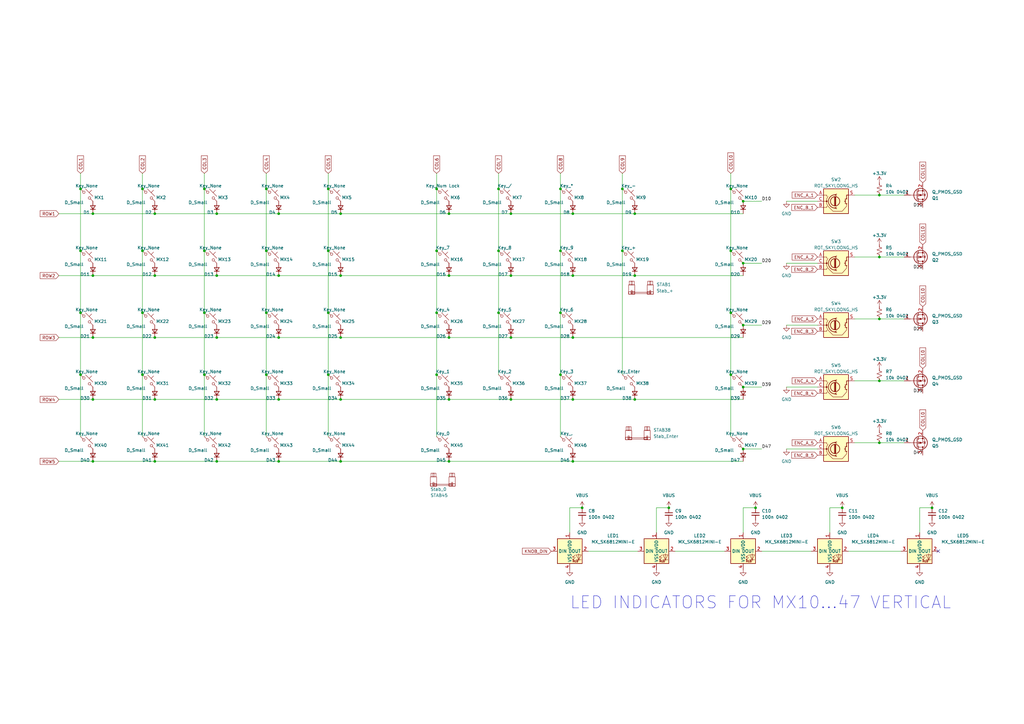
<source format=kicad_sch>
(kicad_sch (version 20230121) (generator eeschema)
  (paper "A3")
  (junction (at 304.8 133.35))
  (junction (at 209.55 138.43))
  (junction (at 58.42 153.67))
  (junction (at 255.27 102.87))
  (junction (at 114.3 163.83))
  (junction (at 83.82 153.67))
  (junction (at 58.42 102.87))
  (junction (at 114.3 113.03))
  (junction (at 109.22 102.87))
  (junction (at 204.47 102.87))
  (junction (at 382.27 208.28))
  (junction (at 88.9 189.23))
  (junction (at 204.47 128.27))
  (junction (at 134.62 128.27))
  (junction (at 88.9 138.43))
  (junction (at 109.22 77.47))
  (junction (at 114.3 87.63))
  (junction (at 260.35 87.63))
  (junction (at 255.27 77.47))
  (junction (at 274.32 208.28))
  (junction (at 139.7 113.03))
  (junction (at 88.9 87.63))
  (junction (at 33.02 153.67))
  (junction (at 234.95 163.83))
  (junction (at 304.8 184.15))
  (junction (at 109.22 153.67))
  (junction (at 139.7 189.23))
  (junction (at 63.5 189.23))
  (junction (at 229.87 128.27))
  (junction (at 179.07 153.67))
  (junction (at 360.68 181.61))
  (junction (at 179.07 77.47))
  (junction (at 184.15 113.03))
  (junction (at 63.5 138.43))
  (junction (at 83.82 77.47))
  (junction (at 299.72 128.27))
  (junction (at 309.88 208.28))
  (junction (at 38.1 113.03))
  (junction (at 83.82 128.27))
  (junction (at 114.3 138.43))
  (junction (at 184.15 138.43))
  (junction (at 83.82 102.87))
  (junction (at 109.22 128.27))
  (junction (at 304.8 158.75))
  (junction (at 33.02 77.47))
  (junction (at 63.5 113.03))
  (junction (at 139.7 163.83))
  (junction (at 360.68 105.41))
  (junction (at 179.07 128.27))
  (junction (at 238.76 208.28))
  (junction (at 63.5 87.63))
  (junction (at 139.7 138.43))
  (junction (at 229.87 77.47))
  (junction (at 88.9 163.83))
  (junction (at 184.15 189.23))
  (junction (at 33.02 102.87))
  (junction (at 299.72 77.47))
  (junction (at 209.55 163.83))
  (junction (at 38.1 138.43))
  (junction (at 234.95 189.23))
  (junction (at 345.44 208.28))
  (junction (at 33.02 128.27))
  (junction (at 299.72 153.67))
  (junction (at 58.42 77.47))
  (junction (at 139.7 87.63))
  (junction (at 179.07 102.87))
  (junction (at 260.35 113.03))
  (junction (at 204.47 77.47))
  (junction (at 229.87 102.87))
  (junction (at 304.8 82.55))
  (junction (at 234.95 113.03))
  (junction (at 360.68 80.01))
  (junction (at 63.5 163.83))
  (junction (at 299.72 102.87))
  (junction (at 134.62 153.67))
  (junction (at 184.15 163.83))
  (junction (at 134.62 77.47))
  (junction (at 184.15 87.63))
  (junction (at 88.9 113.03))
  (junction (at 209.55 113.03))
  (junction (at 38.1 163.83))
  (junction (at 360.68 156.21))
  (junction (at 229.87 153.67))
  (junction (at 260.35 163.83))
  (junction (at 114.3 189.23))
  (junction (at 209.55 87.63))
  (junction (at 38.1 87.63))
  (junction (at 134.62 102.87))
  (junction (at 360.68 130.81))
  (junction (at 58.42 128.27))
  (junction (at 234.95 87.63))
  (junction (at 304.8 107.95))
  (junction (at 38.1 189.23))
  (junction (at 234.95 138.43))
  (no_connect (at 384.81 226.06))
  (wire (pts (xy 179.07 153.67) (xy 179.07 179.07)))
  (wire (pts (xy 134.62 77.47) (xy 134.62 102.87)))
  (wire (pts (xy 184.15 138.43) (xy 209.55 138.43)))
  (wire (pts (xy 350.52 105.41) (xy 360.68 105.41)))
  (wire (pts (xy 209.55 138.43) (xy 234.95 138.43)))
  (wire (pts (xy 347.98 226.06) (xy 369.57 226.06)))
  (wire (pts (xy 88.9 163.83) (xy 114.3 163.83)))
  (wire (pts (xy 109.22 153.67) (xy 109.22 179.07)))
  (wire (pts (xy 109.22 102.87) (xy 109.22 128.27)))
  (wire (pts (xy 114.3 189.23) (xy 139.7 189.23)))
  (wire (pts (xy 377.19 208.28) (xy 377.19 218.44)))
  (wire (pts (xy 276.86 226.06) (xy 297.18 226.06)))
  (wire (pts (xy 260.35 87.63) (xy 304.8 87.63)))
  (wire (pts (xy 229.87 71.12) (xy 229.87 77.47)))
  (wire (pts (xy 179.07 102.87) (xy 179.07 128.27)))
  (wire (pts (xy 299.72 77.47) (xy 299.72 102.87)))
  (wire (pts (xy 38.1 113.03) (xy 63.5 113.03)))
  (wire (pts (xy 88.9 113.03) (xy 114.3 113.03)))
  (wire (pts (xy 234.95 113.03) (xy 260.35 113.03)))
  (wire (pts (xy 340.36 208.28) (xy 340.36 218.44)))
  (wire (pts (xy 179.07 71.12) (xy 179.07 77.47)))
  (wire (pts (xy 229.87 153.67) (xy 229.87 179.07)))
  (wire (pts (xy 360.68 80.01) (xy 370.84 80.01)))
  (wire (pts (xy 209.55 87.63) (xy 234.95 87.63)))
  (wire (pts (xy 114.3 163.83) (xy 139.7 163.83)))
  (wire (pts (xy 58.42 128.27) (xy 58.42 153.67)))
  (wire (pts (xy 209.55 163.83) (xy 234.95 163.83)))
  (wire (pts (xy 63.5 163.83) (xy 88.9 163.83)))
  (wire (pts (xy 63.5 113.03) (xy 88.9 113.03)))
  (wire (pts (xy 360.68 156.21) (xy 370.84 156.21)))
  (wire (pts (xy 350.52 181.61) (xy 360.68 181.61)))
  (wire (pts (xy 134.62 153.67) (xy 134.62 179.07)))
  (wire (pts (xy 38.1 87.63) (xy 63.5 87.63)))
  (wire (pts (xy 58.42 153.67) (xy 58.42 179.07)))
  (wire (pts (xy 360.68 181.61) (xy 370.84 181.61)))
  (wire (pts (xy 312.42 107.95) (xy 304.8 107.95)))
  (wire (pts (xy 83.82 153.67) (xy 83.82 179.07)))
  (wire (pts (xy 345.44 208.28) (xy 340.36 208.28)))
  (wire (pts (xy 38.1 163.83) (xy 63.5 163.83)))
  (wire (pts (xy 312.42 158.75) (xy 304.8 158.75)))
  (wire (pts (xy 204.47 128.27) (xy 204.47 153.67)))
  (wire (pts (xy 312.42 133.35) (xy 304.8 133.35)))
  (wire (pts (xy 114.3 87.63) (xy 139.7 87.63)))
  (wire (pts (xy 63.5 138.43) (xy 88.9 138.43)))
  (wire (pts (xy 322.58 133.35) (xy 335.28 133.35)))
  (wire (pts (xy 312.42 82.55) (xy 304.8 82.55)))
  (wire (pts (xy 299.72 71.12) (xy 299.72 77.47)))
  (wire (pts (xy 24.13 189.23) (xy 38.1 189.23)))
  (wire (pts (xy 234.95 163.83) (xy 260.35 163.83)))
  (wire (pts (xy 139.7 189.23) (xy 184.15 189.23)))
  (wire (pts (xy 134.62 128.27) (xy 134.62 153.67)))
  (wire (pts (xy 204.47 102.87) (xy 204.47 128.27)))
  (wire (pts (xy 184.15 87.63) (xy 209.55 87.63)))
  (wire (pts (xy 83.82 71.12) (xy 83.82 77.47)))
  (wire (pts (xy 179.07 77.47) (xy 179.07 102.87)))
  (wire (pts (xy 229.87 77.47) (xy 229.87 102.87)))
  (wire (pts (xy 241.3 226.06) (xy 261.62 226.06)))
  (wire (pts (xy 33.02 128.27) (xy 33.02 153.67)))
  (wire (pts (xy 350.52 80.01) (xy 360.68 80.01)))
  (wire (pts (xy 350.52 130.81) (xy 360.68 130.81)))
  (wire (pts (xy 139.7 87.63) (xy 184.15 87.63)))
  (wire (pts (xy 309.88 208.28) (xy 304.8 208.28)))
  (wire (pts (xy 38.1 138.43) (xy 63.5 138.43)))
  (wire (pts (xy 63.5 87.63) (xy 88.9 87.63)))
  (wire (pts (xy 255.27 71.12) (xy 255.27 77.47)))
  (wire (pts (xy 350.52 156.21) (xy 360.68 156.21)))
  (wire (pts (xy 234.95 138.43) (xy 304.8 138.43)))
  (wire (pts (xy 312.42 184.15) (xy 304.8 184.15)))
  (wire (pts (xy 233.68 208.28) (xy 233.68 218.44)))
  (wire (pts (xy 360.68 105.41) (xy 370.84 105.41)))
  (wire (pts (xy 322.58 82.55) (xy 335.28 82.55)))
  (wire (pts (xy 58.42 71.12) (xy 58.42 77.47)))
  (wire (pts (xy 238.76 208.28) (xy 233.68 208.28)))
  (wire (pts (xy 260.35 163.83) (xy 304.8 163.83)))
  (wire (pts (xy 204.47 71.12) (xy 204.47 77.47)))
  (wire (pts (xy 322.58 107.95) (xy 335.28 107.95)))
  (wire (pts (xy 312.42 226.06) (xy 332.74 226.06)))
  (wire (pts (xy 304.8 208.28) (xy 304.8 218.44)))
  (wire (pts (xy 134.62 102.87) (xy 134.62 128.27)))
  (wire (pts (xy 260.35 113.03) (xy 304.8 113.03)))
  (wire (pts (xy 204.47 77.47) (xy 204.47 102.87)))
  (wire (pts (xy 38.1 189.23) (xy 63.5 189.23)))
  (wire (pts (xy 33.02 153.67) (xy 33.02 179.07)))
  (wire (pts (xy 33.02 71.12) (xy 33.02 77.47)))
  (wire (pts (xy 184.15 113.03) (xy 209.55 113.03)))
  (wire (pts (xy 229.87 102.87) (xy 229.87 128.27)))
  (wire (pts (xy 299.72 128.27) (xy 299.72 153.67)))
  (wire (pts (xy 184.15 189.23) (xy 234.95 189.23)))
  (wire (pts (xy 58.42 77.47) (xy 58.42 102.87)))
  (wire (pts (xy 63.5 189.23) (xy 88.9 189.23)))
  (wire (pts (xy 83.82 102.87) (xy 83.82 128.27)))
  (wire (pts (xy 109.22 71.12) (xy 109.22 77.47)))
  (wire (pts (xy 299.72 153.67) (xy 299.72 179.07)))
  (wire (pts (xy 255.27 77.47) (xy 255.27 102.87)))
  (wire (pts (xy 139.7 163.83) (xy 184.15 163.83)))
  (wire (pts (xy 109.22 77.47) (xy 109.22 102.87)))
  (wire (pts (xy 184.15 163.83) (xy 209.55 163.83)))
  (wire (pts (xy 229.87 128.27) (xy 229.87 153.67)))
  (wire (pts (xy 269.24 208.28) (xy 269.24 218.44)))
  (wire (pts (xy 179.07 128.27) (xy 179.07 153.67)))
  (wire (pts (xy 24.13 163.83) (xy 38.1 163.83)))
  (wire (pts (xy 24.13 113.03) (xy 38.1 113.03)))
  (wire (pts (xy 299.72 102.87) (xy 299.72 128.27)))
  (wire (pts (xy 33.02 77.47) (xy 33.02 102.87)))
  (wire (pts (xy 24.13 138.43) (xy 38.1 138.43)))
  (wire (pts (xy 255.27 102.87) (xy 255.27 153.67)))
  (wire (pts (xy 88.9 138.43) (xy 114.3 138.43)))
  (wire (pts (xy 58.42 102.87) (xy 58.42 128.27)))
  (wire (pts (xy 88.9 189.23) (xy 114.3 189.23)))
  (wire (pts (xy 109.22 128.27) (xy 109.22 153.67)))
  (wire (pts (xy 382.27 208.28) (xy 377.19 208.28)))
  (wire (pts (xy 234.95 189.23) (xy 304.8 189.23)))
  (wire (pts (xy 83.82 128.27) (xy 83.82 153.67)))
  (wire (pts (xy 88.9 87.63) (xy 114.3 87.63)))
  (wire (pts (xy 24.13 87.63) (xy 38.1 87.63)))
  (wire (pts (xy 134.62 71.12) (xy 134.62 77.47)))
  (wire (pts (xy 234.95 87.63) (xy 260.35 87.63)))
  (wire (pts (xy 274.32 208.28) (xy 269.24 208.28)))
  (wire (pts (xy 209.55 113.03) (xy 234.95 113.03)))
  (wire (pts (xy 33.02 102.87) (xy 33.02 128.27)))
  (wire (pts (xy 322.58 158.75) (xy 335.28 158.75)))
  (wire (pts (xy 83.82 77.47) (xy 83.82 102.87)))
  (wire (pts (xy 114.3 138.43) (xy 139.7 138.43)))
  (wire (pts (xy 139.7 138.43) (xy 184.15 138.43)))
  (wire (pts (xy 360.68 130.81) (xy 370.84 130.81)))
  (wire (pts (xy 114.3 113.03) (xy 139.7 113.03)))
  (wire (pts (xy 139.7 113.03) (xy 184.15 113.03)))
  (wire (pts (xy 322.58 184.15) (xy 335.28 184.15)))
  (text "LED INDICATORS FOR MX10...47 VERTICAL" (at 233.68 250.19 0) (effects (font (size 5 5)) (justify left bottom)))
  (label "D47" (at 378.46 186.69 180))
  (label "D10" (at 378.46 85.09 180))
  (label "D29" (at 378.46 135.89 180))
  (label "D39" (at 378.46 161.29 180))
  (label "D20" (at 312.42 107.95 0))
  (label "D20" (at 378.46 110.49 180))
  (label "D10" (at 312.42 82.55 0))
  (label "D29" (at 312.42 133.35 0))
  (label "D47" (at 312.42 184.15 0))
  (label "D39" (at 312.42 158.75 0))
  (global_label "ENC_B_1" (shape input) (at 335.28 85.09 180) (property "Intersheetrefs" "${INTERSHEET_REFS}" (effects hide)))
  (global_label "COL4" (shape input) (at 109.22 71.12 90) (property "Intersheetrefs" "${INTERSHEET_REFS}" (effects hide)))
  (global_label "COL2" (shape input) (at 58.42 71.12 90) (property "Intersheetrefs" "${INTERSHEET_REFS}" (effects hide)))
  (global_label "ROW1" (shape input) (at 24.13 87.63 180) (property "Intersheetrefs" "${INTERSHEET_REFS}" (effects hide)))
  (global_label "ENC_A_3" (shape input) (at 335.28 130.81 180) (property "Intersheetrefs" "${INTERSHEET_REFS}" (effects hide)))
  (global_label "ENC_A_2" (shape input) (at 335.28 105.41 180) (property "Intersheetrefs" "${INTERSHEET_REFS}" (effects hide)))
  (global_label "COL10" (shape input) (at 378.46 151.13 90) (property "Intersheetrefs" "${INTERSHEET_REFS}" (effects hide)))
  (global_label "COL10" (shape input) (at 378.46 100.33 90) (property "Intersheetrefs" "${INTERSHEET_REFS}" (effects hide)))
  (global_label "COL9" (shape input) (at 255.27 71.12 90) (property "Intersheetrefs" "${INTERSHEET_REFS}" (effects hide)))
  (global_label "COL1" (shape input) (at 33.02 71.12 90) (property "Intersheetrefs" "${INTERSHEET_REFS}" (effects hide)))
  (global_label "COL10" (shape input) (at 378.46 74.93 90) (property "Intersheetrefs" "${INTERSHEET_REFS}" (effects hide)))
  (global_label "COL10" (shape input) (at 378.46 176.53 90) (property "Intersheetrefs" "${INTERSHEET_REFS}" (effects hide)))
  (global_label "ENC_B_4" (shape input) (at 335.28 161.29 180) (property "Intersheetrefs" "${INTERSHEET_REFS}" (effects hide)))
  (global_label "ENC_A_4" (shape input) (at 335.28 156.21 180) (property "Intersheetrefs" "${INTERSHEET_REFS}" (effects hide)))
  (global_label "ENC_A_1" (shape input) (at 335.28 80.01 180) (property "Intersheetrefs" "${INTERSHEET_REFS}" (effects hide)))
  (global_label "COL10" (shape input) (at 299.72 71.12 90) (property "Intersheetrefs" "${INTERSHEET_REFS}" (effects hide)))
  (global_label "COL8" (shape input) (at 229.87 71.12 90) (property "Intersheetrefs" "${INTERSHEET_REFS}" (effects hide)))
  (global_label "COL3" (shape input) (at 83.82 71.12 90) (property "Intersheetrefs" "${INTERSHEET_REFS}" (effects hide)))
  (global_label "ENC_B_2" (shape input) (at 335.28 110.49 180) (property "Intersheetrefs" "${INTERSHEET_REFS}" (effects hide)))
  (global_label "COL6" (shape input) (at 179.07 71.12 90) (property "Intersheetrefs" "${INTERSHEET_REFS}" (effects hide)))
  (global_label "ROW5" (shape input) (at 24.13 189.23 180) (property "Intersheetrefs" "${INTERSHEET_REFS}" (effects hide)))
  (global_label "KNOB_DIN" (shape input) (at 226.06 226.06 180) (property "Intersheetrefs" "${INTERSHEET_REFS}" (effects hide)))
  (global_label "COL10" (shape input) (at 378.46 125.73 90) (property "Intersheetrefs" "${INTERSHEET_REFS}" (effects hide)))
  (global_label "ENC_B_5" (shape input) (at 335.28 186.69 180) (property "Intersheetrefs" "${INTERSHEET_REFS}" (effects hide)))
  (global_label "ROW2" (shape input) (at 24.13 113.03 180) (property "Intersheetrefs" "${INTERSHEET_REFS}" (effects hide)))
  (global_label "ROW4" (shape input) (at 24.13 163.83 180) (property "Intersheetrefs" "${INTERSHEET_REFS}" (effects hide)))
  (global_label "COL5" (shape input) (at 134.62 71.12 90) (property "Intersheetrefs" "${INTERSHEET_REFS}" (effects hide)))
  (global_label "ENC_A_5" (shape input) (at 335.28 181.61 180) (property "Intersheetrefs" "${INTERSHEET_REFS}" (effects hide)))
  (global_label "ENC_B_3" (shape input) (at 335.28 135.89 180) (property "Intersheetrefs" "${INTERSHEET_REFS}" (effects hide)))
  (global_label "ROW3" (shape input) (at 24.13 138.43 180) (property "Intersheetrefs" "${INTERSHEET_REFS}" (effects hide)))
  (global_label "COL7" (shape input) (at 204.47 71.12 90) (property "Intersheetrefs" "${INTERSHEET_REFS}" (effects hide)))
  (symbol (lib_name "MX_SW_solder") (lib_id "marbastlib-mx:MX_SW_solder") (at 181.61 181.61 0) (unit 1)
    (property "Reference" "MX45" (at 184.658 182.626 0) (effects (justify left)))
    (property "Value" "Key_0" (at 181.61 177.8 0))
    (property "Footprint" "PCM_marbastlib-mx:SW_MX_HS_S_1u" (effects hide))
  )
  (symbol (lib_id "Device:Q_PMOS_GSD") (at 375.92 181.61 0) (mirror x) (unit 1)
    (property "Reference" "Q5" (at 382.27 182.88 0) (effects (justify left)))
    (property "Value" "Q_PMOS_GSD" (at 382.27 180.34 0) (effects (justify left)))
    (property "Footprint" "Package_TO_SOT_SMD:SOT-23" (effects hide))
  )
  (symbol (lib_id "power:GND") (at 233.68 233.68 0) (unit 1)
    (property "Reference" "#PWR030" (effects hide))
    (property "Value" "GND" (at 233.68 238.76 0))
  )
  (symbol (lib_id "PCM_marbastlib-mx:MX_SK6812MINI-E") (at 269.24 226.06 0) (unit 1)
    (property "Reference" "LED2" (at 287.02 219.71 0))
    (property "Value" "MX_SK6812MINI-E" (at 287.02 222.25 0))
    (property "Footprint" "PCM_marbastlib-mx:LED_MX_6028R" (effects hide))
  )
  (symbol (lib_id "power:VBUS") (at 345.44 208.28 0) (unit 1)
    (property "Reference" "#PWR014" (effects hide))
    (property "Value" "VBUS" (at 345.44 203.2 0))
    (instances (project "MacroPadScreen" (path "" (reference "#PWR014") (unit 1)) (path "" (reference "#PWR031") (unit 1))) (project "Promenade60" (path "" (reference "#PWR010") (unit 1))))
  )
  (symbol (lib_id "power:GND") (at 274.32 213.36 0) (unit 1)
    (property "Reference" "#PWR032" (effects hide))
    (property "Value" "GND" (at 274.32 218.44 0))
  )
  (symbol (lib_name "D_Small") (lib_id "Device:D_Small") (at 63.5 110.49 90) (unit 1)
    (property "Reference" "D12" (at 62.23 112.522 90) (effects (justify left)))
    (property "Value" "D_Small" (at 59.69 108.458 90) (effects (justify left)))
    (property "Footprint" "Diode_SMD:D_SOD-123" (effects hide))
  )
  (symbol (lib_id "Device:R_Small_US") (at 360.68 77.47 0) (unit 1)
    (property "Reference" "R4" (at 363.22 76.2 0) (effects (justify left)))
    (property "Value" "10k 0402" (at 363.22 78.74 0) (effects (justify left)))
    (property "Footprint" "Resistor_SMD:R_0402_1005Metric" (effects hide))
  )
  (symbol (lib_name "D_Small") (lib_id "Device:D_Small") (at 184.15 186.69 90) (unit 1)
    (property "Reference" "D45" (at 182.88 188.722 90) (effects (justify left)))
    (property "Value" "D_Small" (at 180.34 184.658 90) (effects (justify left)))
    (property "Footprint" "Diode_SMD:D_SOD-123" (effects hide))
  )
  (symbol (lib_name "MX_SW_solder") (lib_id "marbastlib-mx:MX_SW_solder") (at 232.41 130.81 0) (unit 1)
    (property "Reference" "MX28" (at 235.458 131.826 0) (effects (justify left)))
    (property "Value" "Key_6" (at 232.41 127 0))
    (property "Footprint" "PCM_marbastlib-mx:SW_MX_HS_S_1u" (effects hide))
  )
  (symbol (lib_name "MX_SW_solder") (lib_id "marbastlib-mx:MX_SW_solder") (at 35.56 156.21 0) (unit 1)
    (property "Reference" "MX30" (at 38.608 157.226 0) (effects (justify left)))
    (property "Value" "Key_None" (at 35.56 152.4 0))
    (property "Footprint" "PCM_marbastlib-mx:SW_MX_HS_S_1u" (effects hide))
  )
  (symbol (lib_name "D_Small") (lib_id "Device:D_Small") (at 260.35 110.49 90) (unit 1)
    (property "Reference" "D19" (at 259.08 112.522 90) (effects (justify left)))
    (property "Value" "D_Small" (at 256.54 108.458 90) (effects (justify left)))
    (property "Footprint" "Diode_SMD:D_SOD-123" (effects hide))
  )
  (symbol (lib_name "D_Small") (lib_id "Device:D_Small") (at 184.15 85.09 90) (unit 1)
    (property "Reference" "D6" (at 182.88 87.122 90) (effects (justify left)))
    (property "Value" "D_Small" (at 180.34 83.058 90) (effects (justify left)))
    (property "Footprint" "Diode_SMD:D_SOD-123" (effects hide))
  )
  (symbol (lib_name "D_Small") (lib_id "Device:D_Small") (at 234.95 186.69 90) (unit 1)
    (property "Reference" "D46" (at 233.68 188.722 90) (effects (justify left)))
    (property "Value" "D_Small" (at 231.14 184.658 90) (effects (justify left)))
    (property "Footprint" "Diode_SMD:D_SOD-123" (effects hide))
  )
  (symbol (lib_id "power:+3.3V") (at 360.68 176.53 0) (unit 1)
    (property "Reference" "#PWR026" (effects hide))
    (property "Value" "+3.3V" (at 360.68 172.72 0))
  )
  (symbol (lib_name "D_Small") (lib_id "Device:D_Small") (at 63.5 85.09 90) (unit 1)
    (property "Reference" "D2" (at 62.23 87.122 90) (effects (justify left)))
    (property "Value" "D_Small" (at 59.69 83.058 90) (effects (justify left)))
    (property "Footprint" "Diode_SMD:D_SOD-123" (effects hide))
  )
  (symbol (lib_name "MX_stab") (lib_id "marbastlib-mx:MX_stab") (at 262.89 118.11 0) (unit 1)
    (property "Reference" "STAB1" (at 269.24 116.713 0) (effects (justify left)))
    (property "Value" "Stab_+" (at 269.24 119.253 0) (effects (justify left)))
    (property "Footprint" "PCM_marbastlib-mx:STAB_MX_P_2u" (effects hide))
  )
  (symbol (lib_id "Device:Q_PMOS_GSD") (at 375.92 105.41 0) (mirror x) (unit 1)
    (property "Reference" "Q2" (at 382.27 106.68 0) (effects (justify left)))
    (property "Value" "Q_PMOS_GSD" (at 382.27 104.14 0) (effects (justify left)))
    (property "Footprint" "Package_TO_SOT_SMD:SOT-23" (effects hide))
  )
  (symbol (lib_name "MX_SW_solder") (lib_id "marbastlib-mx:MX_SW_solder") (at 207.01 80.01 0) (unit 1)
    (property "Reference" "MX7" (at 210.058 81.026 0) (effects (justify left)))
    (property "Value" "Key_/" (at 207.01 76.2 0))
    (property "Footprint" "PCM_marbastlib-mx:SW_MX_HS_S_1u" (effects hide))
  )
  (symbol (lib_id "power:+3.3V") (at 360.68 151.13 0) (unit 1)
    (property "Reference" "#PWR024" (effects hide))
    (property "Value" "+3.3V" (at 360.68 147.32 0))
  )
  (symbol (lib_id "power:GND") (at 322.58 158.75 0) (unit 1)
    (property "Reference" "#PWR025" (effects hide))
    (property "Value" "GND" (at 322.58 163.83 0))
  )
  (symbol (lib_name "D_Small") (lib_id "Device:D_Small") (at 304.8 110.49 90) (unit 1)
    (property "Reference" "D20" (at 303.53 112.522 90) (effects (justify left)))
    (property "Value" "D_Small" (at 300.99 108.458 90) (effects (justify left)))
    (property "Footprint" "Diode_SMD:D_SOD-123" (effects hide))
  )
  (symbol (lib_name "D_Small") (lib_id "Device:D_Small") (at 114.3 161.29 90) (unit 1)
    (property "Reference" "D33" (at 113.03 163.322 90) (effects (justify left)))
    (property "Value" "D_Small" (at 110.49 159.258 90) (effects (justify left)))
    (property "Footprint" "Diode_SMD:D_SOD-123" (effects hide))
  )
  (symbol (lib_id "PCM_marbastlib-various:ROT_SKYLOONG_HS-Switch") (at 342.9 82.55 0) (unit 1) (in_bom no)
    (property "Reference" "SW2" (at 342.9 73.66 0))
    (property "Value" "ROT_SKYLOONG_HS" (at 342.9 76.2 0))
    (property "Footprint" "PCM_marbastlib-various:ROT_SKYLOONG_HS-Switch" (effects hide))
    (property "Datasheet" "https://skyloong.vip/products/abs-hot-swappable-knobs-madule" (effects hide))
  )
  (symbol (lib_name "MX_SW_solder") (lib_id "marbastlib-mx:MX_SW_solder") (at 257.81 105.41 0) (unit 1)
    (property "Reference" "MX19" (at 260.858 106.426 0) (effects (justify left)))
    (property "Value" "Key_+" (at 257.81 101.6 0))
    (property "Footprint" "PCM_marbastlib-mx:SW_MX_HS_S_1u" (effects hide))
  )
  (symbol (lib_name "D_Small") (lib_id "Device:D_Small") (at 139.7 186.69 90) (unit 1)
    (property "Reference" "D44" (at 138.43 188.722 90) (effects (justify left)))
    (property "Value" "D_Small" (at 135.89 184.658 90) (effects (justify left)))
    (property "Footprint" "Diode_SMD:D_SOD-123" (effects hide))
  )
  (symbol (lib_id "Device:Q_PMOS_GSD") (at 375.92 156.21 0) (mirror x) (unit 1)
    (property "Reference" "Q4" (at 382.27 157.48 0) (effects (justify left)))
    (property "Value" "Q_PMOS_GSD" (at 382.27 154.94 0) (effects (justify left)))
    (property "Footprint" "Package_TO_SOT_SMD:SOT-23" (effects hide))
  )
  (symbol (lib_id "power:GND") (at 304.8 233.68 0) (unit 1)
    (property "Reference" "#PWR038" (effects hide))
    (property "Value" "GND" (at 304.8 238.76 0))
  )
  (symbol (lib_name "MX_SW_solder") (lib_id "marbastlib-mx:MX_SW_solder") (at 35.56 181.61 0) (unit 1)
    (property "Reference" "MX40" (at 38.608 182.626 0) (effects (justify left)))
    (property "Value" "Key_None" (at 35.56 177.8 0))
    (property "Footprint" "PCM_marbastlib-mx:SW_MX_HS_S_1u" (effects hide))
  )
  (symbol (lib_name "MX_SW_solder") (lib_id "marbastlib-mx:MX_SW_solder") (at 137.16 105.41 0) (unit 1)
    (property "Reference" "MX15" (at 140.208 106.426 0) (effects (justify left)))
    (property "Value" "Key_None" (at 137.16 101.6 0))
    (property "Footprint" "PCM_marbastlib-mx:SW_MX_HS_S_1u" (effects hide))
  )
  (symbol (lib_name "MX_SW_solder") (lib_id "marbastlib-mx:MX_SW_solder") (at 137.16 80.01 0) (unit 1)
    (property "Reference" "MX5" (at 140.208 81.026 0) (effects (justify left)))
    (property "Value" "Key_None" (at 137.16 76.2 0))
    (property "Footprint" "PCM_marbastlib-mx:SW_MX_HS_S_1u" (effects hide))
  )
  (symbol (lib_id "PCM_marbastlib-various:ROT_SKYLOONG_HS-Switch") (at 342.9 158.75 0) (unit 1) (in_bom no)
    (property "Reference" "SW5" (at 342.9 149.86 0))
    (property "Value" "ROT_SKYLOONG_HS" (at 342.9 152.4 0))
    (property "Footprint" "PCM_marbastlib-various:ROT_SKYLOONG_HS-Switch" (effects hide))
    (property "Datasheet" "https://skyloong.vip/products/abs-hot-swappable-knobs-madule" (effects hide))
  )
  (symbol (lib_name "MX_SW_solder") (lib_id "marbastlib-mx:MX_SW_solder") (at 86.36 156.21 0) (unit 1)
    (property "Reference" "MX32" (at 89.408 157.226 0) (effects (justify left)))
    (property "Value" "Key_None" (at 86.36 152.4 0))
    (property "Footprint" "PCM_marbastlib-mx:SW_MX_HS_S_1u" (effects hide))
  )
  (symbol (lib_id "Device:R_Small_US") (at 360.68 102.87 0) (unit 1)
    (property "Reference" "R5" (at 363.22 101.6 0) (effects (justify left)))
    (property "Value" "10k 0402" (at 363.22 104.14 0) (effects (justify left)))
    (property "Footprint" "Resistor_SMD:R_0402_1005Metric" (effects hide))
  )
  (symbol (lib_name "MX_SW_solder") (lib_id "marbastlib-mx:MX_SW_solder") (at 181.61 130.81 0) (unit 1)
    (property "Reference" "MX26" (at 184.658 131.826 0) (effects (justify left)))
    (property "Value" "Key_4" (at 181.61 127 0))
    (property "Footprint" "PCM_marbastlib-mx:SW_MX_HS_S_1u" (effects hide))
  )
  (symbol (lib_id "Device:C_Small") (at 345.44 210.82 0) (unit 1)
    (property "Reference" "C11" (at 347.98 209.5563 0) (effects (justify left)))
    (property "Value" "100n 0402" (at 347.98 212.0963 0) (effects (justify left)))
    (property "Footprint" "Capacitor_SMD:C_0402_1005Metric" (effects hide))
  )
  (symbol (lib_name "MX_stab") (lib_id "marbastlib-mx:MX_stab") (at 261.62 177.8 0) (unit 1)
    (property "Reference" "STAB38" (at 267.97 176.403 0) (effects (justify left)))
    (property "Value" "Stab_Enter" (at 267.97 178.943 0) (effects (justify left)))
    (property "Footprint" "PCM_marbastlib-mx:STAB_MX_P_2u" (effects hide))
  )
  (symbol (lib_name "D_Small") (lib_id "Device:D_Small") (at 63.5 161.29 90) (unit 1)
    (property "Reference" "D31" (at 62.23 163.322 90) (effects (justify left)))
    (property "Value" "D_Small" (at 59.69 159.258 90) (effects (justify left)))
    (property "Footprint" "Diode_SMD:D_SOD-123" (effects hide))
  )
  (symbol (lib_name "D_Small") (lib_id "Device:D_Small") (at 88.9 85.09 90) (unit 1)
    (property "Reference" "D3" (at 87.63 87.122 90) (effects (justify left)))
    (property "Value" "D_Small" (at 85.09 83.058 90) (effects (justify left)))
    (property "Footprint" "Diode_SMD:D_SOD-123" (effects hide))
  )
  (symbol (lib_name "MX_SW_solder") (lib_id "marbastlib-mx:MX_SW_solder") (at 60.96 156.21 0) (unit 1)
    (property "Reference" "MX31" (at 64.008 157.226 0) (effects (justify left)))
    (property "Value" "Key_None" (at 60.96 152.4 0))
    (property "Footprint" "PCM_marbastlib-mx:SW_MX_HS_S_1u" (effects hide))
  )
  (symbol (lib_name "MX_SW_solder") (lib_id "marbastlib-mx:MX_SW_solder") (at 111.76 80.01 0) (unit 1)
    (property "Reference" "MX4" (at 114.808 81.026 0) (effects (justify left)))
    (property "Value" "Key_None" (at 111.76 76.2 0))
    (property "Footprint" "PCM_marbastlib-mx:SW_MX_HS_S_1u" (effects hide))
  )
  (symbol (lib_name "MX_SW_solder") (lib_id "marbastlib-mx:MX_SW_solder") (at 207.01 105.41 0) (unit 1)
    (property "Reference" "MX17" (at 210.058 106.426 0) (effects (justify left)))
    (property "Value" "Key_8" (at 207.01 101.6 0))
    (property "Footprint" "PCM_marbastlib-mx:SW_MX_HS_S_1u" (effects hide))
  )
  (symbol (lib_name "D_Small") (lib_id "Device:D_Small") (at 184.15 161.29 90) (unit 1)
    (property "Reference" "D35" (at 182.88 163.322 90) (effects (justify left)))
    (property "Value" "D_Small" (at 180.34 159.258 90) (effects (justify left)))
    (property "Footprint" "Diode_SMD:D_SOD-123" (effects hide))
  )
  (symbol (lib_name "MX_SW_solder") (lib_id "marbastlib-mx:MX_SW_solder") (at 257.81 80.01 0) (unit 1)
    (property "Reference" "MX9" (at 260.858 81.026 0) (effects (justify left)))
    (property "Value" "Key_-" (at 257.81 76.2 0))
    (property "Footprint" "PCM_marbastlib-mx:SW_MX_HS_S_1u" (effects hide))
  )
  (symbol (lib_name "D_Small") (lib_id "Device:D_Small") (at 209.55 161.29 90) (unit 1)
    (property "Reference" "D36" (at 208.28 163.322 90) (effects (justify left)))
    (property "Value" "D_Small" (at 205.74 159.258 90) (effects (justify left)))
    (property "Footprint" "Diode_SMD:D_SOD-123" (effects hide))
  )
  (symbol (lib_name "MX_SW_solder") (lib_id "marbastlib-mx:MX_SW_solder") (at 60.96 130.81 0) (unit 1)
    (property "Reference" "MX22" (at 64.008 131.826 0) (effects (justify left)))
    (property "Value" "Key_None" (at 60.96 127 0))
    (property "Footprint" "PCM_marbastlib-mx:SW_MX_HS_S_1u" (effects hide))
  )
  (symbol (lib_name "D_Small") (lib_id "Device:D_Small") (at 139.7 161.29 90) (unit 1)
    (property "Reference" "D34" (at 138.43 163.322 90) (effects (justify left)))
    (property "Value" "D_Small" (at 135.89 159.258 90) (effects (justify left)))
    (property "Footprint" "Diode_SMD:D_SOD-123" (effects hide))
  )
  (symbol (lib_name "MX_SW_solder") (lib_id "marbastlib-mx:MX_SW_solder") (at 137.16 130.81 0) (unit 1)
    (property "Reference" "MX25" (at 140.208 131.826 0) (effects (justify left)))
    (property "Value" "Key_None" (at 137.16 127 0))
    (property "Footprint" "PCM_marbastlib-mx:SW_MX_HS_S_1u" (effects hide))
  )
  (symbol (lib_id "power:VBUS") (at 309.88 208.28 0) (unit 1)
    (property "Reference" "#PWR014" (effects hide))
    (property "Value" "VBUS" (at 309.88 203.2 0))
    (instances (project "MacroPadScreen" (path "" (reference "#PWR014") (unit 1)) (path "" (reference "#PWR034") (unit 1))) (project "Promenade60" (path "" (reference "#PWR010") (unit 1))))
  )
  (symbol (lib_name "MX_SW_solder") (lib_id "marbastlib-mx:MX_SW_solder") (at 302.26 130.81 0) (unit 1)
    (property "Reference" "MX29" (at 305.308 131.826 0) (effects (justify left)))
    (property "Value" "Key_None" (at 302.26 127 0))
    (property "Footprint" "PCM_marbastlib-mx:SW_MX_HS_S_1u" (effects hide))
  )
  (symbol (lib_id "power:GND") (at 322.58 107.95 0) (unit 1)
    (property "Reference" "#PWR021" (effects hide))
    (property "Value" "GND" (at 322.58 113.03 0))
  )
  (symbol (lib_name "MX_SW_solder") (lib_id "marbastlib-mx:MX_SW_solder") (at 137.16 181.61 0) (unit 1)
    (property "Reference" "MX44" (at 140.208 182.626 0) (effects (justify left)))
    (property "Value" "Key_None" (at 137.16 177.8 0))
    (property "Footprint" "PCM_marbastlib-mx:SW_MX_HS_S_1u" (effects hide))
  )
  (symbol (lib_name "MX_SW_solder") (lib_id "marbastlib-mx:MX_SW_solder") (at 60.96 80.01 0) (unit 1)
    (property "Reference" "MX2" (at 64.008 81.026 0) (effects (justify left)))
    (property "Value" "Key_None" (at 60.96 76.2 0))
    (property "Footprint" "PCM_marbastlib-mx:SW_MX_HS_S_1u" (effects hide))
  )
  (symbol (lib_name "MX_SW_solder") (lib_id "marbastlib-mx:MX_SW_solder") (at 257.81 156.21 0) (unit 1)
    (property "Reference" "MX38" (at 260.858 157.226 0) (effects (justify left)))
    (property "Value" "Key_Enter" (at 257.81 152.4 0))
    (property "Footprint" "PCM_marbastlib-mx:SW_MX_HS_S_1u" (effects hide))
  )
  (symbol (lib_id "power:GND") (at 382.27 213.36 0) (unit 1)
    (property "Reference" "#PWR041" (effects hide))
    (property "Value" "GND" (at 382.27 218.44 0))
  )
  (symbol (lib_name "MX_SW_solder") (lib_id "marbastlib-mx:MX_SW_solder") (at 86.36 181.61 0) (unit 1)
    (property "Reference" "MX42" (at 89.408 182.626 0) (effects (justify left)))
    (property "Value" "Key_None" (at 86.36 177.8 0))
    (property "Footprint" "PCM_marbastlib-mx:SW_MX_HS_S_1u" (effects hide))
  )
  (symbol (lib_name "MX_SW_solder") (lib_id "marbastlib-mx:MX_SW_solder") (at 35.56 130.81 0) (unit 1)
    (property "Reference" "MX21" (at 38.608 131.826 0) (effects (justify left)))
    (property "Value" "Key_None" (at 35.56 127 0))
    (property "Footprint" "PCM_marbastlib-mx:SW_MX_HS_S_1u" (effects hide))
  )
  (symbol (lib_name "D_Small") (lib_id "Device:D_Small") (at 139.7 110.49 90) (unit 1)
    (property "Reference" "D15" (at 138.43 112.522 90) (effects (justify left)))
    (property "Value" "D_Small" (at 135.89 108.458 90) (effects (justify left)))
    (property "Footprint" "Diode_SMD:D_SOD-123" (effects hide))
  )
  (symbol (lib_name "D_Small") (lib_id "Device:D_Small") (at 63.5 135.89 90) (unit 1)
    (property "Reference" "D22" (at 62.23 137.922 90) (effects (justify left)))
    (property "Value" "D_Small" (at 59.69 133.858 90) (effects (justify left)))
    (property "Footprint" "Diode_SMD:D_SOD-123" (effects hide))
  )
  (symbol (lib_id "PCM_marbastlib-various:ROT_SKYLOONG_HS-Switch") (at 342.9 133.35 0) (unit 1) (in_bom no)
    (property "Reference" "SW4" (at 342.9 124.46 0))
    (property "Value" "ROT_SKYLOONG_HS" (at 342.9 127 0))
    (property "Footprint" "PCM_marbastlib-various:ROT_SKYLOONG_HS-Switch" (effects hide))
    (property "Datasheet" "https://skyloong.vip/products/abs-hot-swappable-knobs-madule" (effects hide))
  )
  (symbol (lib_name "MX_SW_solder") (lib_id "marbastlib-mx:MX_SW_solder") (at 181.61 156.21 0) (unit 1)
    (property "Reference" "MX35" (at 184.658 157.226 0) (effects (justify left)))
    (property "Value" "Key_1" (at 181.61 152.4 0))
    (property "Footprint" "PCM_marbastlib-mx:SW_MX_HS_S_1u" (effects hide))
  )
  (symbol (lib_name "D_Small") (lib_id "Device:D_Small") (at 234.95 85.09 90) (unit 1)
    (property "Reference" "D8" (at 233.68 87.122 90) (effects (justify left)))
    (property "Value" "D_Small" (at 231.14 83.058 90) (effects (justify left)))
    (property "Footprint" "Diode_SMD:D_SOD-123" (effects hide))
  )
  (symbol (lib_name "MX_SW_solder") (lib_id "marbastlib-mx:MX_SW_solder") (at 111.76 156.21 0) (unit 1)
    (property "Reference" "MX33" (at 114.808 157.226 0) (effects (justify left)))
    (property "Value" "Key_None" (at 111.76 152.4 0))
    (property "Footprint" "PCM_marbastlib-mx:SW_MX_HS_S_1u" (effects hide))
  )
  (symbol (lib_name "MX_SW_solder") (lib_id "marbastlib-mx:MX_SW_solder") (at 207.01 156.21 0) (unit 1)
    (property "Reference" "MX36" (at 210.058 157.226 0) (effects (justify left)))
    (property "Value" "Key_2" (at 207.01 152.4 0))
    (property "Footprint" "PCM_marbastlib-mx:SW_MX_HS_S_1u" (effects hide))
  )
  (symbol (lib_id "Device:Q_PMOS_GSD") (at 375.92 80.01 0) (mirror x) (unit 1)
    (property "Reference" "Q1" (at 382.27 81.28 0) (effects (justify left)))
    (property "Value" "Q_PMOS_GSD" (at 382.27 78.74 0) (effects (justify left)))
    (property "Footprint" "Package_TO_SOT_SMD:SOT-23" (effects hide))
  )
  (symbol (lib_id "Device:R_Small_US") (at 360.68 153.67 0) (unit 1)
    (property "Reference" "R7" (at 363.22 152.4 0) (effects (justify left)))
    (property "Value" "10k 0402" (at 363.22 154.94 0) (effects (justify left)))
    (property "Footprint" "Resistor_SMD:R_0402_1005Metric" (effects hide))
  )
  (symbol (lib_id "power:GND") (at 238.76 213.36 0) (unit 1)
    (property "Reference" "#PWR029" (effects hide))
    (property "Value" "GND" (at 238.76 218.44 0))
  )
  (symbol (lib_name "MX_SW_solder") (lib_id "marbastlib-mx:MX_SW_solder") (at 35.56 80.01 0) (unit 1)
    (property "Reference" "MX1" (at 38.608 81.026 0) (effects (justify left)))
    (property "Value" "Key_None" (at 35.56 76.2 0))
    (property "Footprint" "PCM_marbastlib-mx:SW_MX_HS_S_1u" (effects hide))
  )
  (symbol (lib_name "MX_SW_solder") (lib_id "marbastlib-mx:MX_SW_solder") (at 111.76 130.81 0) (unit 1)
    (property "Reference" "MX24" (at 114.808 131.826 0) (effects (justify left)))
    (property "Value" "Key_None" (at 111.76 127 0))
    (property "Footprint" "PCM_marbastlib-mx:SW_MX_HS_S_1u" (effects hide))
  )
  (symbol (lib_id "PCM_marbastlib-mx:MX_SK6812MINI-E") (at 233.68 226.06 0) (unit 1)
    (property "Reference" "LED1" (at 251.46 219.71 0))
    (property "Value" "MX_SK6812MINI-E" (at 251.46 222.25 0))
    (property "Footprint" "PCM_marbastlib-mx:LED_MX_6028R" (effects hide))
  )
  (symbol (lib_id "power:GND") (at 309.88 213.36 0) (unit 1)
    (property "Reference" "#PWR036" (effects hide))
    (property "Value" "GND" (at 309.88 218.44 0))
  )
  (symbol (lib_name "MX_SW_solder") (lib_id "marbastlib-mx:MX_SW_solder") (at 86.36 80.01 0) (unit 1)
    (property "Reference" "MX3" (at 89.408 81.026 0) (effects (justify left)))
    (property "Value" "Key_None" (at 86.36 76.2 0))
    (property "Footprint" "PCM_marbastlib-mx:SW_MX_HS_S_1u" (effects hide))
  )
  (symbol (lib_id "power:GND") (at 322.58 133.35 0) (unit 1)
    (property "Reference" "#PWR023" (effects hide))
    (property "Value" "GND" (at 322.58 138.43 0))
  )
  (symbol (lib_name "MX_SW_solder") (lib_id "marbastlib-mx:MX_SW_solder") (at 232.41 156.21 0) (unit 1)
    (property "Reference" "MX37" (at 235.458 157.226 0) (effects (justify left)))
    (property "Value" "Key_3" (at 232.41 152.4 0))
    (property "Footprint" "PCM_marbastlib-mx:SW_MX_HS_S_1u" (effects hide))
  )
  (symbol (lib_name "D_Small") (lib_id "Device:D_Small") (at 184.15 110.49 90) (unit 1)
    (property "Reference" "D16" (at 182.88 112.522 90) (effects (justify left)))
    (property "Value" "D_Small" (at 180.34 108.458 90) (effects (justify left)))
    (property "Footprint" "Diode_SMD:D_SOD-123" (effects hide))
  )
  (symbol (lib_name "D_Small") (lib_id "Device:D_Small") (at 209.55 85.09 90) (unit 1)
    (property "Reference" "D7" (at 208.28 87.122 90) (effects (justify left)))
    (property "Value" "D_Small" (at 205.74 83.058 90) (effects (justify left)))
    (property "Footprint" "Diode_SMD:D_SOD-123" (effects hide))
  )
  (symbol (lib_name "D_Small") (lib_id "Device:D_Small") (at 114.3 110.49 90) (unit 1)
    (property "Reference" "D14" (at 113.03 112.522 90) (effects (justify left)))
    (property "Value" "D_Small" (at 110.49 108.458 90) (effects (justify left)))
    (property "Footprint" "Diode_SMD:D_SOD-123" (effects hide))
  )
  (symbol (lib_name "D_Small") (lib_id "Device:D_Small") (at 139.7 135.89 90) (unit 1)
    (property "Reference" "D25" (at 138.43 137.922 90) (effects (justify left)))
    (property "Value" "D_Small" (at 135.89 133.858 90) (effects (justify left)))
    (property "Footprint" "Diode_SMD:D_SOD-123" (effects hide))
  )
  (symbol (lib_name "D_Small") (lib_id "Device:D_Small") (at 88.9 135.89 90) (unit 1)
    (property "Reference" "D23" (at 87.63 137.922 90) (effects (justify left)))
    (property "Value" "D_Small" (at 85.09 133.858 90) (effects (justify left)))
    (property "Footprint" "Diode_SMD:D_SOD-123" (effects hide))
  )
  (symbol (lib_name "D_Small") (lib_id "Device:D_Small") (at 88.9 161.29 90) (unit 1)
    (property "Reference" "D32" (at 87.63 163.322 90) (effects (justify left)))
    (property "Value" "D_Small" (at 85.09 159.258 90) (effects (justify left)))
    (property "Footprint" "Diode_SMD:D_SOD-123" (effects hide))
  )
  (symbol (lib_id "Device:R_Small_US") (at 360.68 128.27 0) (unit 1)
    (property "Reference" "R6" (at 363.22 127 0) (effects (justify left)))
    (property "Value" "10k 0402" (at 363.22 129.54 0) (effects (justify left)))
    (property "Footprint" "Resistor_SMD:R_0402_1005Metric" (effects hide))
  )
  (symbol (lib_name "D_Small") (lib_id "Device:D_Small") (at 38.1 135.89 90) (unit 1)
    (property "Reference" "D21" (at 36.83 137.922 90) (effects (justify left)))
    (property "Value" "D_Small" (at 34.29 133.858 90) (effects (justify left)))
    (property "Footprint" "Diode_SMD:D_SOD-123" (effects hide))
  )
  (symbol (lib_name "D_Small") (lib_id "Device:D_Small") (at 38.1 161.29 90) (unit 1)
    (property "Reference" "D30" (at 36.83 163.322 90) (effects (justify left)))
    (property "Value" "D_Small" (at 34.29 159.258 90) (effects (justify left)))
    (property "Footprint" "Diode_SMD:D_SOD-123" (effects hide))
  )
  (symbol (lib_name "D_Small") (lib_id "Device:D_Small") (at 114.3 85.09 90) (unit 1)
    (property "Reference" "D4" (at 113.03 87.122 90) (effects (justify left)))
    (property "Value" "D_Small" (at 110.49 83.058 90) (effects (justify left)))
    (property "Footprint" "Diode_SMD:D_SOD-123" (effects hide))
  )
  (symbol (lib_name "MX_SW_solder") (lib_id "marbastlib-mx:MX_SW_solder") (at 232.41 181.61 0) (unit 1)
    (property "Reference" "MX46" (at 235.458 182.626 0) (effects (justify left)))
    (property "Value" "Key_." (at 232.41 177.8 0))
    (property "Footprint" "PCM_marbastlib-mx:SW_MX_HS_S_1u" (effects hide))
  )
  (symbol (lib_id "power:+3.3V") (at 360.68 74.93 0) (unit 1)
    (property "Reference" "#PWR018" (effects hide))
    (property "Value" "+3.3V" (at 360.68 71.12 0))
  )
  (symbol (lib_name "MX_SW_solder") (lib_id "marbastlib-mx:MX_SW_solder") (at 232.41 80.01 0) (unit 1)
    (property "Reference" "MX8" (at 235.458 81.026 0) (effects (justify left)))
    (property "Value" "Key_*" (at 232.41 76.2 0))
    (property "Footprint" "PCM_marbastlib-mx:SW_MX_HS_S_1u" (effects hide))
  )
  (symbol (lib_name "D_Small") (lib_id "Device:D_Small") (at 304.8 85.09 90) (unit 1)
    (property "Reference" "D10" (at 303.53 87.122 90) (effects (justify left)))
    (property "Value" "D_Small" (at 300.99 83.058 90) (effects (justify left)))
    (property "Footprint" "Diode_SMD:D_SOD-123" (effects hide))
  )
  (symbol (lib_id "PCM_marbastlib-mx:MX_SK6812MINI-E") (at 340.36 226.06 0) (unit 1)
    (property "Reference" "LED4" (at 358.14 219.71 0))
    (property "Value" "MX_SK6812MINI-E" (at 358.14 222.25 0))
    (property "Footprint" "PCM_marbastlib-mx:LED_MX_6028R" (effects hide))
  )
  (symbol (lib_id "power:+3.3V") (at 360.68 100.33 0) (unit 1)
    (property "Reference" "#PWR020" (effects hide))
    (property "Value" "+3.3V" (at 360.68 96.52 0))
  )
  (symbol (lib_name "D_Small") (lib_id "Device:D_Small") (at 234.95 110.49 90) (unit 1)
    (property "Reference" "D18" (at 233.68 112.522 90) (effects (justify left)))
    (property "Value" "D_Small" (at 231.14 108.458 90) (effects (justify left)))
    (property "Footprint" "Diode_SMD:D_SOD-123" (effects hide))
  )
  (symbol (lib_name "MX_SW_solder") (lib_id "marbastlib-mx:MX_SW_solder") (at 302.26 105.41 0) (unit 1)
    (property "Reference" "MX20" (at 305.308 106.426 0) (effects (justify left)))
    (property "Value" "Key_None" (at 302.26 101.6 0))
    (property "Footprint" "PCM_marbastlib-mx:SW_MX_HS_S_1u" (effects hide))
  )
  (symbol (lib_name "D_Small") (lib_id "Device:D_Small") (at 139.7 85.09 90) (unit 1)
    (property "Reference" "D5" (at 138.43 87.122 90) (effects (justify left)))
    (property "Value" "D_Small" (at 135.89 83.058 90) (effects (justify left)))
    (property "Footprint" "Diode_SMD:D_SOD-123" (effects hide))
  )
  (symbol (lib_name "D_Small") (lib_id "Device:D_Small") (at 209.55 135.89 90) (unit 1)
    (property "Reference" "D27" (at 208.28 137.922 90) (effects (justify left)))
    (property "Value" "D_Small" (at 205.74 133.858 90) (effects (justify left)))
    (property "Footprint" "Diode_SMD:D_SOD-123" (effects hide))
  )
  (symbol (lib_name "MX_SW_solder") (lib_id "marbastlib-mx:MX_SW_solder") (at 302.26 181.61 0) (unit 1)
    (property "Reference" "MX47" (at 305.308 182.626 0) (effects (justify left)))
    (property "Value" "Key_None" (at 302.26 177.8 0))
    (property "Footprint" "PCM_marbastlib-mx:SW_MX_HS_S_1u" (effects hide))
  )
  (symbol (lib_name "D_Small") (lib_id "Device:D_Small") (at 184.15 135.89 90) (unit 1)
    (property "Reference" "D26" (at 182.88 137.922 90) (effects (justify left)))
    (property "Value" "D_Small" (at 180.34 133.858 90) (effects (justify left)))
    (property "Footprint" "Diode_SMD:D_SOD-123" (effects hide))
  )
  (symbol (lib_name "MX_SW_solder") (lib_id "marbastlib-mx:MX_SW_solder") (at 86.36 130.81 0) (unit 1)
    (property "Reference" "MX23" (at 89.408 131.826 0) (effects (justify left)))
    (property "Value" "Key_None" (at 86.36 127 0))
    (property "Footprint" "PCM_marbastlib-mx:SW_MX_HS_S_1u" (effects hide))
  )
  (symbol (lib_id "Device:C_Small") (at 309.88 210.82 0) (unit 1)
    (property "Reference" "C10" (at 312.42 209.5563 0) (effects (justify left)))
    (property "Value" "100n 0402" (at 312.42 212.0963 0) (effects (justify left)))
    (property "Footprint" "Capacitor_SMD:C_0402_1005Metric" (effects hide))
  )
  (symbol (lib_name "MX_SW_solder") (lib_id "marbastlib-mx:MX_SW_solder") (at 111.76 181.61 0) (unit 1)
    (property "Reference" "MX43" (at 114.808 182.626 0) (effects (justify left)))
    (property "Value" "Key_None" (at 111.76 177.8 0))
    (property "Footprint" "PCM_marbastlib-mx:SW_MX_HS_S_1u" (effects hide))
  )
  (symbol (lib_name "MX_SW_solder") (lib_id "marbastlib-mx:MX_SW_solder") (at 60.96 181.61 0) (unit 1)
    (property "Reference" "MX41" (at 64.008 182.626 0) (effects (justify left)))
    (property "Value" "Key_None" (at 60.96 177.8 0))
    (property "Footprint" "PCM_marbastlib-mx:SW_MX_HS_S_1u" (effects hide))
  )
  (symbol (lib_name "D_Small") (lib_id "Device:D_Small") (at 234.95 161.29 90) (unit 1)
    (property "Reference" "D37" (at 233.68 163.322 90) (effects (justify left)))
    (property "Value" "D_Small" (at 231.14 159.258 90) (effects (justify left)))
    (property "Footprint" "Diode_SMD:D_SOD-123" (effects hide))
  )
  (symbol (lib_id "power:VBUS") (at 274.32 208.28 0) (unit 1)
    (property "Reference" "#PWR014" (effects hide))
    (property "Value" "VBUS" (at 274.32 203.2 0))
    (instances (project "MacroPadScreen" (path "" (reference "#PWR014") (unit 1)) (path "" (reference "#PWR035") (unit 1))) (project "Promenade60" (path "" (reference "#PWR010") (unit 1))))
  )
  (symbol (lib_name "D_Small") (lib_id "Device:D_Small") (at 88.9 110.49 90) (unit 1)
    (property "Reference" "D13" (at 87.63 112.522 90) (effects (justify left)))
    (property "Value" "D_Small" (at 85.09 108.458 90) (effects (justify left)))
    (property "Footprint" "Diode_SMD:D_SOD-123" (effects hide))
  )
  (symbol (lib_name "D_Small") (lib_id "Device:D_Small") (at 38.1 85.09 90) (unit 1)
    (property "Reference" "D1" (at 36.83 87.122 90) (effects (justify left)))
    (property "Value" "D_Small" (at 34.29 83.058 90) (effects (justify left)))
    (property "Footprint" "Diode_SMD:D_SOD-123" (effects hide))
  )
  (symbol (lib_name "D_Small") (lib_id "Device:D_Small") (at 209.55 110.49 90) (unit 1)
    (property "Reference" "D17" (at 208.28 112.522 90) (effects (justify left)))
    (property "Value" "D_Small" (at 205.74 108.458 90) (effects (justify left)))
    (property "Footprint" "Diode_SMD:D_SOD-123" (effects hide))
  )
  (symbol (lib_id "power:VBUS") (at 238.76 208.28 0) (unit 1)
    (property "Reference" "#PWR014" (effects hide))
    (property "Value" "VBUS" (at 238.76 203.2 0))
    (instances (project "MacroPadScreen" (path "" (reference "#PWR014") (unit 1)) (path "" (reference "#PWR040") (unit 1))) (project "Promenade60" (path "" (reference "#PWR010") (unit 1))))
  )
  (symbol (lib_name "MX_stab") (lib_id "marbastlib-mx:MX_stab") (at 181.61 196.85 0) (unit 1)
    (property "Reference" "STAB45" (at 176.53 203.2 0) (effects (justify left)))
    (property "Value" "Stab_0" (at 176.53 200.66 0) (effects (justify left)))
    (property "Footprint" "PCM_marbastlib-mx:STAB_MX_P_2u" (effects hide))
  )
  (symbol (lib_name "MX_SW_solder") (lib_id "marbastlib-mx:MX_SW_solder") (at 60.96 105.41 0) (unit 1)
    (property "Reference" "MX12" (at 64.008 106.426 0) (effects (justify left)))
    (property "Value" "Key_None" (at 60.96 101.6 0))
    (property "Footprint" "PCM_marbastlib-mx:SW_MX_HS_S_1u" (effects hide))
  )
  (symbol (lib_id "Device:C_Small") (at 238.76 210.82 0) (unit 1)
    (property "Reference" "C8" (at 241.3 209.5563 0) (effects (justify left)))
    (property "Value" "100n 0402" (at 241.3 212.0963 0) (effects (justify left)))
    (property "Footprint" "Capacitor_SMD:C_0402_1005Metric" (effects hide))
  )
  (symbol (lib_name "D_Small") (lib_id "Device:D_Small") (at 38.1 186.69 90) (unit 1)
    (property "Reference" "D40" (at 36.83 188.722 90) (effects (justify left)))
    (property "Value" "D_Small" (at 34.29 184.658 90) (effects (justify left)))
    (property "Footprint" "Diode_SMD:D_SOD-123" (effects hide))
  )
  (symbol (lib_id "PCM_marbastlib-mx:MX_SK6812MINI-E") (at 377.19 226.06 0) (unit 1)
    (property "Reference" "LED5" (at 394.97 219.71 0))
    (property "Value" "MX_SK6812MINI-E" (at 394.97 222.25 0))
    (property "Footprint" "PCM_marbastlib-mx:LED_MX_6028R" (effects hide))
  )
  (symbol (lib_name "D_Small") (lib_id "Device:D_Small") (at 88.9 186.69 90) (unit 1)
    (property "Reference" "D42" (at 87.63 188.722 90) (effects (justify left)))
    (property "Value" "D_Small" (at 85.09 184.658 90) (effects (justify left)))
    (property "Footprint" "Diode_SMD:D_SOD-123" (effects hide))
  )
  (symbol (lib_id "power:VBUS") (at 382.27 208.28 0) (unit 1)
    (property "Reference" "#PWR014" (effects hide))
    (property "Value" "VBUS" (at 382.27 203.2 0))
    (instances (project "MacroPadScreen" (path "" (reference "#PWR014") (unit 1)) (path "" (reference "#PWR028") (unit 1))) (project "Promenade60" (path "" (reference "#PWR010") (unit 1))))
  )
  (symbol (lib_id "power:+3.3V") (at 360.68 125.73 0) (unit 1)
    (property "Reference" "#PWR022" (effects hide))
    (property "Value" "+3.3V" (at 360.68 121.92 0))
  )
  (symbol (lib_name "D_Small") (lib_id "Device:D_Small") (at 38.1 110.49 90) (unit 1)
    (property "Reference" "D11" (at 36.83 112.522 90) (effects (justify left)))
    (property "Value" "D_Small" (at 34.29 108.458 90) (effects (justify left)))
    (property "Footprint" "Diode_SMD:D_SOD-123" (effects hide))
  )
  (symbol (lib_id "Device:C_Small") (at 274.32 210.82 0) (unit 1)
    (property "Reference" "C9" (at 276.86 209.5563 0) (effects (justify left)))
    (property "Value" "100n 0402" (at 276.86 212.0963 0) (effects (justify left)))
    (property "Footprint" "Capacitor_SMD:C_0402_1005Metric" (effects hide))
  )
  (symbol (lib_name "MX_SW_solder") (lib_id "marbastlib-mx:MX_SW_solder") (at 181.61 105.41 0) (unit 1)
    (property "Reference" "MX16" (at 184.658 106.426 0) (effects (justify left)))
    (property "Value" "Key_7" (at 181.61 101.6 0))
    (property "Footprint" "PCM_marbastlib-mx:SW_MX_HS_S_1u" (effects hide))
  )
  (symbol (lib_id "Device:R_Small_US") (at 360.68 179.07 0) (unit 1)
    (property "Reference" "R8" (at 363.22 177.8 0) (effects (justify left)))
    (property "Value" "10k 0402" (at 363.22 180.34 0) (effects (justify left)))
    (property "Footprint" "Resistor_SMD:R_0402_1005Metric" (effects hide))
  )
  (symbol (lib_name "MX_SW_solder") (lib_id "marbastlib-mx:MX_SW_solder") (at 35.56 105.41 0) (unit 1)
    (property "Reference" "MX11" (at 38.608 106.426 0) (effects (justify left)))
    (property "Value" "Key_None" (at 35.56 101.6 0))
    (property "Footprint" "PCM_marbastlib-mx:SW_MX_HS_S_1u" (effects hide))
  )
  (symbol (lib_id "power:GND") (at 345.44 213.36 0) (unit 1)
    (property "Reference" "#PWR037" (effects hide))
    (property "Value" "GND" (at 345.44 218.44 0))
  )
  (symbol (lib_name "MX_SW_solder") (lib_id "marbastlib-mx:MX_SW_solder") (at 86.36 105.41 0) (unit 1)
    (property "Reference" "MX13" (at 89.408 106.426 0) (effects (justify left)))
    (property "Value" "Key_None" (at 86.36 101.6 0))
    (property "Footprint" "PCM_marbastlib-mx:SW_MX_HS_S_1u" (effects hide))
  )
  (symbol (lib_name "MX_SW_solder") (lib_id "marbastlib-mx:MX_SW_solder") (at 181.61 80.01 0) (unit 1)
    (property "Reference" "MX6" (at 184.658 81.026 0) (effects (justify left)))
    (property "Value" "Key_Num Lock" (at 181.61 76.2 0))
    (property "Footprint" "PCM_marbastlib-mx:SW_MX_HS_S_1u" (effects hide))
  )
  (symbol (lib_id "power:GND") (at 322.58 82.55 0) (unit 1)
    (property "Reference" "#PWR019" (effects hide))
    (property "Value" "GND" (at 322.58 87.63 0))
  )
  (symbol (lib_name "D_Small") (lib_id "Device:D_Small") (at 304.8 161.29 90) (unit 1)
    (property "Reference" "D39" (at 303.53 163.322 90) (effects (justify left)))
    (property "Value" "D_Small" (at 300.99 159.258 90) (effects (justify left)))
    (property "Footprint" "Diode_SMD:D_SOD-123" (effects hide))
  )
  (symbol (lib_name "D_Small") (lib_id "Device:D_Small") (at 260.35 161.29 90) (unit 1)
    (property "Reference" "D38" (at 259.08 163.322 90) (effects (justify left)))
    (property "Value" "D_Small" (at 256.54 159.258 90) (effects (justify left)))
    (property "Footprint" "Diode_SMD:D_SOD-123" (effects hide))
  )
  (symbol (lib_id "Device:C_Small") (at 382.27 210.82 0) (unit 1)
    (property "Reference" "C12" (at 384.81 209.5563 0) (effects (justify left)))
    (property "Value" "100n 0402" (at 384.81 212.0963 0) (effects (justify left)))
    (property "Footprint" "Capacitor_SMD:C_0402_1005Metric" (effects hide))
  )
  (symbol (lib_name "MX_SW_solder") (lib_id "marbastlib-mx:MX_SW_solder") (at 137.16 156.21 0) (unit 1)
    (property "Reference" "MX34" (at 140.208 157.226 0) (effects (justify left)))
    (property "Value" "Key_None" (at 137.16 152.4 0))
    (property "Footprint" "PCM_marbastlib-mx:SW_MX_HS_S_1u" (effects hide))
  )
  (symbol (lib_name "D_Small") (lib_id "Device:D_Small") (at 260.35 85.09 90) (unit 1)
    (property "Reference" "D9" (at 259.08 87.122 90) (effects (justify left)))
    (property "Value" "D_Small" (at 256.54 83.058 90) (effects (justify left)))
    (property "Footprint" "Diode_SMD:D_SOD-123" (effects hide))
  )
  (symbol (lib_name "D_Small") (lib_id "Device:D_Small") (at 114.3 186.69 90) (unit 1)
    (property "Reference" "D43" (at 113.03 188.722 90) (effects (justify left)))
    (property "Value" "D_Small" (at 110.49 184.658 90) (effects (justify left)))
    (property "Footprint" "Diode_SMD:D_SOD-123" (effects hide))
  )
  (symbol (lib_name "D_Small") (lib_id "Device:D_Small") (at 234.95 135.89 90) (unit 1)
    (property "Reference" "D28" (at 233.68 137.922 90) (effects (justify left)))
    (property "Value" "D_Small" (at 231.14 133.858 90) (effects (justify left)))
    (property "Footprint" "Diode_SMD:D_SOD-123" (effects hide))
  )
  (symbol (lib_name "MX_SW_solder") (lib_id "marbastlib-mx:MX_SW_solder") (at 111.76 105.41 0) (unit 1)
    (property "Reference" "MX14" (at 114.808 106.426 0) (effects (justify left)))
    (property "Value" "Key_None" (at 111.76 101.6 0))
    (property "Footprint" "PCM_marbastlib-mx:SW_MX_HS_S_1u" (effects hide))
  )
  (symbol (lib_name "MX_SW_solder") (lib_id "marbastlib-mx:MX_SW_solder") (at 302.26 80.01 0) (unit 1)
    (property "Reference" "MX10" (at 305.308 81.026 0) (effects (justify left)))
    (property "Value" "Key_None" (at 302.26 76.2 0))
    (property "Footprint" "PCM_marbastlib-mx:SW_MX_HS_S_1u" (effects hide))
  )
  (symbol (lib_id "power:GND") (at 322.58 184.15 0) (unit 1)
    (property "Reference" "#PWR027" (effects hide))
    (property "Value" "GND" (at 322.58 189.23 0))
  )
  (symbol (lib_id "Device:Q_PMOS_GSD") (at 375.92 130.81 0) (mirror x) (unit 1)
    (property "Reference" "Q3" (at 382.27 132.08 0) (effects (justify left)))
    (property "Value" "Q_PMOS_GSD" (at 382.27 129.54 0) (effects (justify left)))
    (property "Footprint" "Package_TO_SOT_SMD:SOT-23" (effects hide))
  )
  (symbol (lib_name "D_Small") (lib_id "Device:D_Small") (at 304.8 186.69 90) (unit 1)
    (property "Reference" "D47" (at 303.53 188.722 90) (effects (justify left)))
    (property "Value" "D_Small" (at 300.99 184.658 90) (effects (justify left)))
    (property "Footprint" "Diode_SMD:D_SOD-123" (effects hide))
  )
  (symbol (lib_name "MX_SW_solder") (lib_id "marbastlib-mx:MX_SW_solder") (at 232.41 105.41 0) (unit 1)
    (property "Reference" "MX18" (at 235.458 106.426 0) (effects (justify left)))
    (property "Value" "Key_9" (at 232.41 101.6 0))
    (property "Footprint" "PCM_marbastlib-mx:SW_MX_HS_S_1u" (effects hide))
  )
  (symbol (lib_name "D_Small") (lib_id "Device:D_Small") (at 304.8 135.89 90) (unit 1)
    (property "Reference" "D29" (at 303.53 137.922 90) (effects (justify left)))
    (property "Value" "D_Small" (at 300.99 133.858 90) (effects (justify left)))
    (property "Footprint" "Diode_SMD:D_SOD-123" (effects hide))
  )
  (symbol (lib_id "power:GND") (at 269.24 233.68 0) (unit 1)
    (property "Reference" "#PWR033" (effects hide))
    (property "Value" "GND" (at 269.24 238.76 0))
  )
  (symbol (lib_id "power:GND") (at 340.36 233.68 0) (unit 1)
    (property "Reference" "#PWR039" (effects hide))
    (property "Value" "GND" (at 340.36 238.76 0))
  )
  (symbol (lib_name "D_Small") (lib_id "Device:D_Small") (at 63.5 186.69 90) (unit 1)
    (property "Reference" "D41" (at 62.23 188.722 90) (effects (justify left)))
    (property "Value" "D_Small" (at 59.69 184.658 90) (effects (justify left)))
    (property "Footprint" "Diode_SMD:D_SOD-123" (effects hide))
  )
  (symbol (lib_id "PCM_marbastlib-various:ROT_SKYLOONG_HS-Switch") (at 342.9 107.95 0) (unit 1) (in_bom no)
    (property "Reference" "SW3" (at 342.9 99.06 0))
    (property "Value" "ROT_SKYLOONG_HS" (at 342.9 101.6 0))
    (property "Footprint" "PCM_marbastlib-various:ROT_SKYLOONG_HS-Switch" (effects hide))
    (property "Datasheet" "https://skyloong.vip/products/abs-hot-swappable-knobs-madule" (effects hide))
  )
  (symbol (lib_name "MX_SW_solder") (lib_id "marbastlib-mx:MX_SW_solder") (at 302.26 156.21 0) (unit 1)
    (property "Reference" "MX39" (at 305.308 157.226 0) (effects (justify left)))
    (property "Value" "Key_None" (at 302.26 152.4 0))
    (property "Footprint" "PCM_marbastlib-mx:SW_MX_HS_S_1u" (effects hide))
  )
  (symbol (lib_id "PCM_marbastlib-mx:MX_SK6812MINI-E") (at 304.8 226.06 0) (unit 1)
    (property "Reference" "LED3" (at 322.58 219.71 0))
    (property "Value" "MX_SK6812MINI-E" (at 322.58 222.25 0))
    (property "Footprint" "PCM_marbastlib-mx:LED_MX_6028R" (effects hide))
  )
  (symbol (lib_id "power:GND") (at 377.19 233.68 0) (unit 1)
    (property "Reference" "#PWR042" (effects hide))
    (property "Value" "GND" (at 377.19 238.76 0))
  )
  (symbol (lib_name "MX_SW_solder") (lib_id "marbastlib-mx:MX_SW_solder") (at 207.01 130.81 0) (unit 1)
    (property "Reference" "MX27" (at 210.058 131.826 0) (effects (justify left)))
    (property "Value" "Key_5" (at 207.01 127 0))
    (property "Footprint" "PCM_marbastlib-mx:SW_MX_HS_S_1u" (effects hide))
  )
  (symbol (lib_name "D_Small") (lib_id "Device:D_Small") (at 114.3 135.89 90) (unit 1)
    (property "Reference" "D24" (at 113.03 137.922 90) (effects (justify left)))
    (property "Value" "D_Small" (at 110.49 133.858 90) (effects (justify left)))
    (property "Footprint" "Diode_SMD:D_SOD-123" (effects hide))
  )
  (symbol (lib_id "PCM_marbastlib-various:ROT_SKYLOONG_HS-Switch") (at 342.9 184.15 0) (unit 1) (in_bom no)
    (property "Reference" "SW6" (at 342.9 175.26 0))
    (property "Value" "ROT_SKYLOONG_HS" (at 342.9 177.8 0))
    (property "Footprint" "PCM_marbastlib-various:ROT_SKYLOONG_HS-Switch" (effects hide))
    (property "Datasheet" "https://skyloong.vip/products/abs-hot-swappable-knobs-madule" (effects hide))
  )
)
</source>
